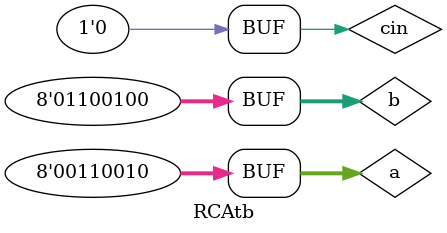
<source format=v>
module RCAtb();
  reg [7:0] a,b;
  reg cin;
  wire [7:0] sum;
  wire cout;
  
  RCA #(8) uut(.a(a), .b(b), .cin(cin), .sum(sum), .cout(cout));
  initial begin
    $monitor ("time=%0t | a=%d | b=%d | cin=%d | sum=%d | cout=%d",
              $time, a, b, cin, sum, cout);
    
    a=8'd20; b=8'd10; cin=0; #10;
    a=8'd100; b=8'd200; cin=1; #10;
    a=8'd220; b=8'd150; cin=0; #10;
    a=8'd50; b=8'd100; cin=0; #10;
    #20;
  end
endmodule

</source>
